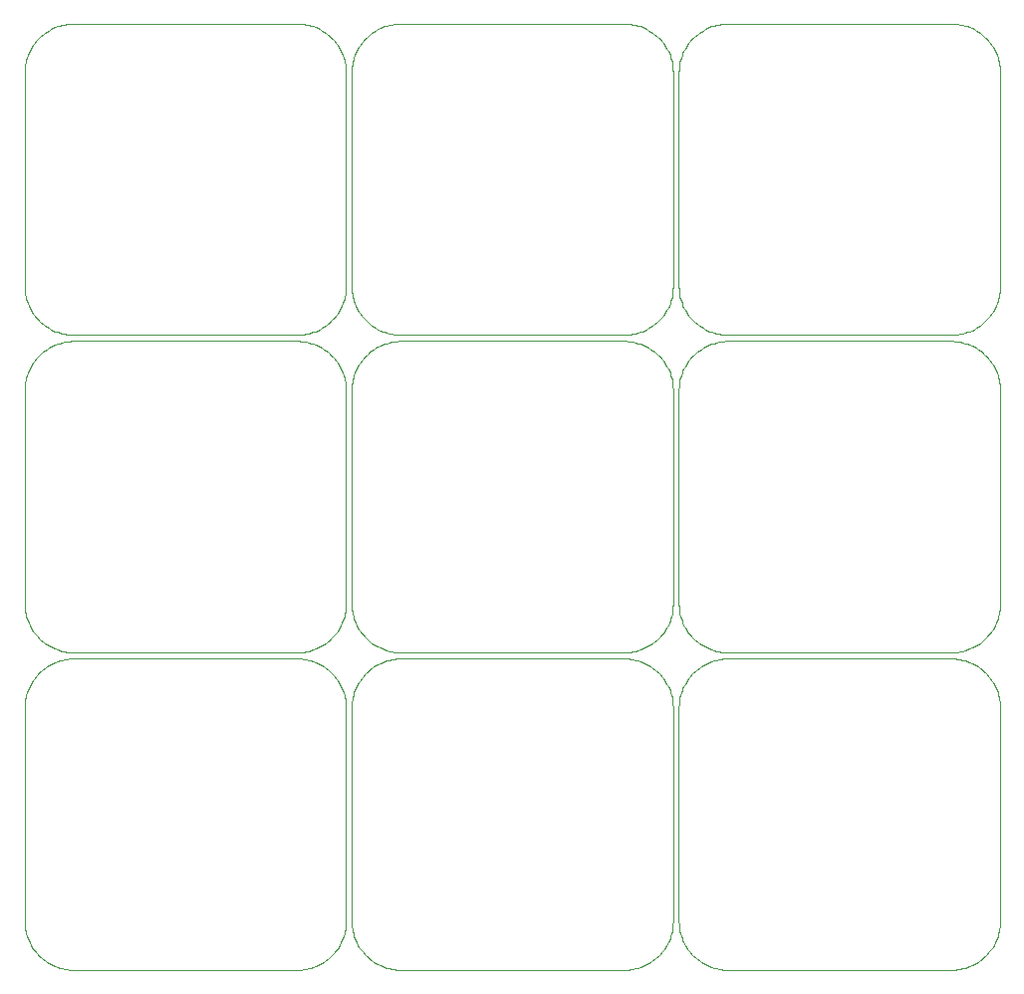
<source format=gbr>
%TF.GenerationSoftware,KiCad,Pcbnew,7.0.2-0*%
%TF.CreationDate,2024-04-22T23:11:52-05:00*%
%TF.ProjectId,SAOpowerboard_panelized,53414f70-6f77-4657-9262-6f6172645f70,rev?*%
%TF.SameCoordinates,Original*%
%TF.FileFunction,Profile,NP*%
%FSLAX46Y46*%
G04 Gerber Fmt 4.6, Leading zero omitted, Abs format (unit mm)*
G04 Created by KiCad (PCBNEW 7.0.2-0) date 2024-04-22 23:11:52*
%MOMM*%
%LPD*%
G01*
G04 APERTURE LIST*
%TA.AperFunction,Profile*%
%ADD10C,0.037041*%
%TD*%
G04 APERTURE END LIST*
D10*
X239278805Y-22881871D02*
X239168293Y-22714675D01*
X239278805Y-49872925D02*
X239168293Y-49705729D01*
X239278805Y-76863979D02*
X239168293Y-76696783D01*
X211476807Y-22881871D02*
X211366295Y-22714675D01*
X211476807Y-49872925D02*
X211366295Y-49705729D01*
X211476807Y-76863979D02*
X211366295Y-76696783D01*
X183674809Y-22881871D02*
X183564297Y-22714675D01*
X183674809Y-49872925D02*
X183564297Y-49705729D01*
X238790200Y-22247870D02*
X238649544Y-22104729D01*
X238790200Y-49238924D02*
X238649544Y-49095783D01*
X238790200Y-76229978D02*
X238649544Y-76086837D01*
X210988202Y-22247870D02*
X210847546Y-22104729D01*
X210988202Y-49238924D02*
X210847546Y-49095783D01*
X210988202Y-76229978D02*
X210847546Y-76086837D01*
X183186204Y-22247870D02*
X183045548Y-22104729D01*
X183186204Y-49238924D02*
X183045548Y-49095783D01*
X215777989Y-47258486D02*
X215983378Y-47304524D01*
X215777989Y-74249540D02*
X215983378Y-74295578D01*
X215777989Y-101240594D02*
X215983378Y-101286632D01*
X187975991Y-47258486D02*
X188181380Y-47304524D01*
X187975991Y-74249540D02*
X188181380Y-74295578D01*
X187975991Y-101240594D02*
X188181380Y-101286632D01*
X160173993Y-47258486D02*
X160379382Y-47304524D01*
X160173993Y-74249540D02*
X160379382Y-74295578D01*
X235865592Y-47382927D02*
X236081142Y-47367004D01*
X235865592Y-74373981D02*
X236081142Y-74358058D01*
X235865592Y-101365035D02*
X236081142Y-101349112D01*
X208063594Y-47382927D02*
X208279144Y-47367004D01*
X208063594Y-74373981D02*
X208279144Y-74358058D01*
X208063594Y-101365035D02*
X208279144Y-101349112D01*
X180261596Y-47382927D02*
X180477146Y-47367004D01*
X180261596Y-74373981D02*
X180477146Y-74358058D01*
X235647191Y-20897238D02*
X216838805Y-20897238D01*
X235647191Y-47888292D02*
X216838805Y-47888292D01*
X235647191Y-74879346D02*
X216838805Y-74879346D01*
X207845193Y-20897238D02*
X189036807Y-20897238D01*
X207845193Y-47888292D02*
X189036807Y-47888292D01*
X207845193Y-74879346D02*
X189036807Y-74879346D01*
X180043195Y-20897238D02*
X161234809Y-20897238D01*
X180043195Y-47888292D02*
X161234809Y-47888292D01*
X237299573Y-21221276D02*
X237106752Y-21147451D01*
X237299573Y-48212330D02*
X237106752Y-48138505D01*
X237299573Y-75203384D02*
X237106752Y-75129559D01*
X209497575Y-21221276D02*
X209304754Y-21147451D01*
X209497575Y-48212330D02*
X209304754Y-48138505D01*
X209497575Y-75203384D02*
X209304754Y-75129559D01*
X181695577Y-21221276D02*
X181502756Y-21147451D01*
X181695577Y-48212330D02*
X181502756Y-48138505D01*
X236909474Y-21082627D02*
X236708006Y-21027063D01*
X236909474Y-48073681D02*
X236708006Y-48018117D01*
X236909474Y-75064735D02*
X236708006Y-75009171D01*
X209107476Y-21082627D02*
X208906008Y-21027063D01*
X209107476Y-48073681D02*
X208906008Y-48018117D01*
X209107476Y-75064735D02*
X208906008Y-75009171D01*
X181305478Y-21082627D02*
X181104010Y-21027063D01*
X181305478Y-48073681D02*
X181104010Y-48018117D01*
X236081142Y-20918530D02*
X235865592Y-20902605D01*
X236081142Y-47909584D02*
X235865592Y-47893659D01*
X236081142Y-74900638D02*
X235865592Y-74884713D01*
X208279144Y-20918530D02*
X208063594Y-20902605D01*
X208279144Y-47909584D02*
X208063594Y-47893659D01*
X208279144Y-74900638D02*
X208063594Y-74884713D01*
X180477146Y-20918530D02*
X180261596Y-20902605D01*
X180477146Y-47909584D02*
X180261596Y-47893659D01*
X239807652Y-44097899D02*
X239845026Y-43895068D01*
X239807652Y-71088953D02*
X239845026Y-70886122D01*
X239807652Y-98080007D02*
X239845026Y-97877176D01*
X212005654Y-44097899D02*
X212043028Y-43895068D01*
X212005654Y-71088953D02*
X212043028Y-70886122D01*
X212005654Y-98080007D02*
X212043028Y-97877176D01*
X184203656Y-44097899D02*
X184241030Y-43895068D01*
X184203656Y-71088953D02*
X184241030Y-70886122D01*
X216620403Y-20902605D02*
X216404853Y-20918530D01*
X216620403Y-47893659D02*
X216404853Y-47909584D01*
X216620403Y-74884713D02*
X216404853Y-74900638D01*
X188818405Y-20902605D02*
X188602855Y-20918530D01*
X188818405Y-47893659D02*
X188602855Y-47909584D01*
X188818405Y-74884713D02*
X188602855Y-74900638D01*
X161016407Y-20902605D02*
X160800857Y-20918530D01*
X161016407Y-47893659D02*
X160800857Y-47909584D01*
X237670771Y-21394889D02*
X237487668Y-21303842D01*
X237670771Y-48385943D02*
X237487668Y-48294896D01*
X237670771Y-75376997D02*
X237487668Y-75285950D01*
X209868773Y-21394889D02*
X209685670Y-21303842D01*
X209868773Y-48385943D02*
X209685670Y-48294896D01*
X209868773Y-75376997D02*
X209685670Y-75285950D01*
X182066775Y-21394889D02*
X181883672Y-21303842D01*
X182066775Y-48385943D02*
X181883672Y-48294896D01*
X239049842Y-45732597D02*
X239168293Y-45571037D01*
X239049842Y-72723651D02*
X239168293Y-72562091D01*
X239049842Y-99714705D02*
X239168293Y-99553145D01*
X211247844Y-45732597D02*
X211366295Y-45571037D01*
X211247844Y-72723651D02*
X211366295Y-72562091D01*
X211247844Y-99714705D02*
X211366295Y-99553145D01*
X183445846Y-45732597D02*
X183564297Y-45571037D01*
X183445846Y-72723651D02*
X183564297Y-72562091D01*
X236909474Y-47202929D02*
X237106752Y-47138112D01*
X236909474Y-74193983D02*
X237106752Y-74129166D01*
X236909474Y-101185037D02*
X237106752Y-101120220D01*
X209107476Y-47202929D02*
X209304754Y-47138112D01*
X209107476Y-74193983D02*
X209304754Y-74129166D01*
X209107476Y-101185037D02*
X209304754Y-101120220D01*
X181305478Y-47202929D02*
X181502756Y-47138112D01*
X181305478Y-74193983D02*
X181502756Y-74129166D01*
X216620403Y-47382927D02*
X216838805Y-47388293D01*
X216620403Y-74373981D02*
X216838805Y-74379347D01*
X216620403Y-101365035D02*
X216838805Y-101370401D01*
X188818405Y-47382927D02*
X189036807Y-47388293D01*
X188818405Y-74373981D02*
X189036807Y-74379347D01*
X188818405Y-101365035D02*
X189036807Y-101370401D01*
X161016407Y-47382927D02*
X161234809Y-47388293D01*
X161016407Y-74373981D02*
X161234809Y-74379347D01*
X213011048Y-23232094D02*
X212925955Y-23414604D01*
X213011048Y-50223148D02*
X212925955Y-50405658D01*
X213011048Y-77214202D02*
X212925955Y-77396712D01*
X185209050Y-23232094D02*
X185123957Y-23414604D01*
X185209050Y-50223148D02*
X185123957Y-50405658D01*
X185209050Y-77214202D02*
X185123957Y-77396712D01*
X157407052Y-23232094D02*
X157321959Y-23414604D01*
X157407052Y-50223148D02*
X157321959Y-50405658D01*
X214138097Y-46446946D02*
X214298551Y-46569308D01*
X214138097Y-73438000D02*
X214298551Y-73560362D01*
X214138097Y-100429054D02*
X214298551Y-100551416D01*
X186336099Y-46446946D02*
X186496553Y-46569308D01*
X186336099Y-73438000D02*
X186496553Y-73560362D01*
X186336099Y-100429054D02*
X186496553Y-100551416D01*
X158534101Y-46446946D02*
X158694555Y-46569308D01*
X158534101Y-73438000D02*
X158694555Y-73560362D01*
X237670771Y-46890703D02*
X237848613Y-46791446D01*
X237670771Y-73881757D02*
X237848613Y-73782500D01*
X237670771Y-100872811D02*
X237848613Y-100773554D01*
X209868773Y-46890703D02*
X210046615Y-46791446D01*
X209868773Y-73881757D02*
X210046615Y-73782500D01*
X209868773Y-100872811D02*
X210046615Y-100773554D01*
X182066775Y-46890703D02*
X182244617Y-46791446D01*
X182066775Y-73881757D02*
X182244617Y-73782500D01*
X238923722Y-45888273D02*
X239049842Y-45732597D01*
X238923722Y-72879327D02*
X239049842Y-72723651D01*
X238923722Y-99870381D02*
X239049842Y-99714705D01*
X211121724Y-45888273D02*
X211247844Y-45732597D01*
X211121724Y-72879327D02*
X211247844Y-72723651D01*
X211121724Y-99870381D02*
X211247844Y-99714705D01*
X183319726Y-45888273D02*
X183445846Y-45732597D01*
X183319726Y-72879327D02*
X183445846Y-72723651D01*
X215576521Y-21082627D02*
X215379243Y-21147451D01*
X215576521Y-48073681D02*
X215379243Y-48138505D01*
X215576521Y-75064735D02*
X215379243Y-75129559D01*
X187774523Y-21082627D02*
X187577245Y-21147451D01*
X187774523Y-48073681D02*
X187577245Y-48138505D01*
X187774523Y-75064735D02*
X187577245Y-75129559D01*
X159972525Y-21082627D02*
X159775247Y-21147451D01*
X159972525Y-48073681D02*
X159775247Y-48138505D01*
X237106752Y-47138112D02*
X237299573Y-47064296D01*
X237106752Y-74129166D02*
X237299573Y-74055350D01*
X237106752Y-101120220D02*
X237299573Y-101046404D01*
X209304754Y-47138112D02*
X209497575Y-47064296D01*
X209304754Y-74129166D02*
X209497575Y-74055350D01*
X209304754Y-101120220D02*
X209497575Y-101046404D01*
X181502756Y-47138112D02*
X181695577Y-47064296D01*
X181502756Y-74129166D02*
X181695577Y-74055350D01*
X213983974Y-46317402D02*
X214138097Y-46446946D01*
X213983974Y-73308456D02*
X214138097Y-73438000D01*
X213983974Y-100299510D02*
X214138097Y-100429054D01*
X186181976Y-46317402D02*
X186336099Y-46446946D01*
X186181976Y-73308456D02*
X186336099Y-73438000D01*
X186181976Y-100299510D02*
X186336099Y-100429054D01*
X158379978Y-46317402D02*
X158534101Y-46446946D01*
X158379978Y-73308456D02*
X158534101Y-73438000D01*
X239168293Y-22714675D02*
X239049842Y-22553103D01*
X239168293Y-49705729D02*
X239049842Y-49544157D01*
X239168293Y-76696783D02*
X239049842Y-76535211D01*
X211366295Y-22714675D02*
X211247844Y-22553103D01*
X211366295Y-49705729D02*
X211247844Y-49544157D01*
X211366295Y-76696783D02*
X211247844Y-76535211D01*
X183564297Y-22714675D02*
X183445846Y-22553103D01*
X183564297Y-49705729D02*
X183445846Y-49544157D01*
X215186421Y-21221276D02*
X214998326Y-21303842D01*
X215186421Y-48212330D02*
X214998326Y-48294896D01*
X215186421Y-75203384D02*
X214998326Y-75285950D01*
X187384423Y-21221276D02*
X187196328Y-21303842D01*
X187384423Y-48212330D02*
X187196328Y-48294896D01*
X187384423Y-75203384D02*
X187196328Y-75285950D01*
X159582425Y-21221276D02*
X159394330Y-21303842D01*
X159582425Y-48212330D02*
X159394330Y-48294896D01*
X238187443Y-21716319D02*
X238020926Y-21601388D01*
X238187443Y-48707373D02*
X238020926Y-48592442D01*
X238187443Y-75698427D02*
X238020926Y-75583496D01*
X210385445Y-21716319D02*
X210218928Y-21601388D01*
X210385445Y-48707373D02*
X210218928Y-48592442D01*
X210385445Y-75698427D02*
X210218928Y-75583496D01*
X182583447Y-21716319D02*
X182416930Y-21601388D01*
X182583447Y-48707373D02*
X182416930Y-48592442D01*
X239888466Y-43479806D02*
X239893996Y-43267892D01*
X239888466Y-70470860D02*
X239893996Y-70258946D01*
X239888466Y-97461914D02*
X239893996Y-97250000D01*
X212086468Y-43479806D02*
X212091998Y-43267892D01*
X212086468Y-70470860D02*
X212091998Y-70258946D01*
X212086468Y-97461914D02*
X212091998Y-97250000D01*
X184284470Y-43479806D02*
X184290000Y-43267892D01*
X184284470Y-70470860D02*
X184290000Y-70258946D01*
X214465068Y-21601388D02*
X214298551Y-21716319D01*
X214465068Y-48592442D02*
X214298551Y-48707373D01*
X214465068Y-75583496D02*
X214298551Y-75698427D01*
X186663070Y-21601388D02*
X186496553Y-21716319D01*
X186663070Y-48592442D02*
X186496553Y-48707373D01*
X186663070Y-75583496D02*
X186496553Y-75698427D01*
X158861072Y-21601388D02*
X158694555Y-21716319D01*
X158861072Y-48592442D02*
X158694555Y-48707373D01*
X216192423Y-20944755D02*
X215983378Y-20981019D01*
X216192423Y-47935809D02*
X215983378Y-47972073D01*
X216192423Y-74926863D02*
X215983378Y-74963127D01*
X188390425Y-20944755D02*
X188181380Y-20981019D01*
X188390425Y-47935809D02*
X188181380Y-47972073D01*
X188390425Y-74926863D02*
X188181380Y-74963127D01*
X160588427Y-20944755D02*
X160379382Y-20981019D01*
X160588427Y-47935809D02*
X160379382Y-47972073D01*
X239760198Y-23988599D02*
X239702933Y-23793116D01*
X239760198Y-50979653D02*
X239702933Y-50784170D01*
X239760198Y-77970707D02*
X239702933Y-77775224D01*
X211958200Y-23988599D02*
X211900935Y-23793116D01*
X211958200Y-50979653D02*
X211900935Y-50784170D01*
X211958200Y-77970707D02*
X211900935Y-77775224D01*
X184156202Y-23988599D02*
X184098937Y-23793116D01*
X184156202Y-50979653D02*
X184098937Y-50784170D01*
X213207189Y-45403853D02*
X213317701Y-45571037D01*
X213207189Y-72394907D02*
X213317701Y-72562091D01*
X213207189Y-99385961D02*
X213317701Y-99553145D01*
X185405191Y-45403853D02*
X185515703Y-45571037D01*
X185405191Y-72394907D02*
X185515703Y-72562091D01*
X185405191Y-99385961D02*
X185515703Y-99553145D01*
X157603193Y-45403853D02*
X157713705Y-45571037D01*
X157603193Y-72394907D02*
X157713705Y-72562091D01*
X216838805Y-47388293D02*
X235647191Y-47388293D01*
X216838805Y-74379347D02*
X235647191Y-74379347D01*
X216838805Y-101370401D02*
X235647191Y-101370401D01*
X189036807Y-47388293D02*
X207845193Y-47388293D01*
X189036807Y-74379347D02*
X207845193Y-74379347D01*
X189036807Y-101370401D02*
X207845193Y-101370401D01*
X161234809Y-47388293D02*
X180043195Y-47388293D01*
X161234809Y-74379347D02*
X180043195Y-74379347D01*
X214637381Y-21494157D02*
X214465068Y-21601388D01*
X214637381Y-48485211D02*
X214465068Y-48592442D01*
X214637381Y-75476265D02*
X214465068Y-75583496D01*
X186835383Y-21494157D02*
X186663070Y-21601388D01*
X186835383Y-48485211D02*
X186663070Y-48592442D01*
X186835383Y-75476265D02*
X186663070Y-75583496D01*
X159033385Y-21494157D02*
X158861072Y-21601388D01*
X159033385Y-48485211D02*
X158861072Y-48592442D01*
X213562272Y-22397416D02*
X213436152Y-22553103D01*
X213562272Y-49388470D02*
X213436152Y-49544157D01*
X213562272Y-76379524D02*
X213436152Y-76535211D01*
X185760274Y-22397416D02*
X185634154Y-22553103D01*
X185760274Y-49388470D02*
X185634154Y-49544157D01*
X185760274Y-76379524D02*
X185634154Y-76535211D01*
X157958276Y-22397416D02*
X157832156Y-22553103D01*
X157958276Y-49388470D02*
X157832156Y-49544157D01*
X214998326Y-46981740D02*
X215186421Y-47064296D01*
X214998326Y-73972794D02*
X215186421Y-74055350D01*
X214998326Y-100963848D02*
X215186421Y-101046404D01*
X187196328Y-46981740D02*
X187384423Y-47064296D01*
X187196328Y-73972794D02*
X187384423Y-74055350D01*
X187196328Y-100963848D02*
X187384423Y-101046404D01*
X159394330Y-46981740D02*
X159582425Y-47064296D01*
X159394330Y-73972794D02*
X159582425Y-74055350D01*
X235647191Y-47388293D02*
X235865592Y-47382927D01*
X235647191Y-74379347D02*
X235865592Y-74373981D01*
X235647191Y-101370401D02*
X235865592Y-101365035D01*
X207845193Y-47388293D02*
X208063594Y-47382927D01*
X207845193Y-74379347D02*
X208063594Y-74373981D01*
X207845193Y-101370401D02*
X208063594Y-101365035D01*
X180043195Y-47388293D02*
X180261596Y-47382927D01*
X180043195Y-74379347D02*
X180261596Y-74373981D01*
X239845026Y-24390725D02*
X239807652Y-24187889D01*
X239845026Y-51381779D02*
X239807652Y-51178943D01*
X239845026Y-78372833D02*
X239807652Y-78169997D01*
X212043028Y-24390725D02*
X212005654Y-24187889D01*
X212043028Y-51381779D02*
X212005654Y-51178943D01*
X212043028Y-78372833D02*
X212005654Y-78169997D01*
X184241030Y-24390725D02*
X184203656Y-24187889D01*
X184241030Y-51381779D02*
X184203656Y-51178943D01*
X213011048Y-45053651D02*
X213104882Y-45231305D01*
X213011048Y-72044705D02*
X213104882Y-72222359D01*
X213011048Y-99035759D02*
X213104882Y-99213413D01*
X185209050Y-45053651D02*
X185302884Y-45231305D01*
X185209050Y-72044705D02*
X185302884Y-72222359D01*
X185209050Y-99035759D02*
X185302884Y-99213413D01*
X157407052Y-45053651D02*
X157500886Y-45231305D01*
X157407052Y-72044705D02*
X157500886Y-72222359D01*
X212597528Y-43479806D02*
X212613940Y-43688950D01*
X212597528Y-70470860D02*
X212613940Y-70680004D01*
X212597528Y-97461914D02*
X212613940Y-97671058D01*
X184795530Y-43479806D02*
X184811942Y-43688950D01*
X184795530Y-70470860D02*
X184811942Y-70680004D01*
X184795530Y-97461914D02*
X184811942Y-97671058D01*
X156993532Y-43479806D02*
X157009944Y-43688950D01*
X156993532Y-70470860D02*
X157009944Y-70680004D01*
X216838805Y-20897238D02*
X216620403Y-20902605D01*
X216838805Y-47888292D02*
X216620403Y-47893659D01*
X216838805Y-74879346D02*
X216620403Y-74884713D01*
X189036807Y-20897238D02*
X188818405Y-20902605D01*
X189036807Y-47888292D02*
X188818405Y-47893659D01*
X189036807Y-74879346D02*
X188818405Y-74884713D01*
X161234809Y-20897238D02*
X161016407Y-20902605D01*
X161234809Y-47888292D02*
X161016407Y-47893659D01*
X239872054Y-43688950D02*
X239888466Y-43479806D01*
X239872054Y-70680004D02*
X239888466Y-70470860D01*
X239872054Y-97671058D02*
X239888466Y-97461914D01*
X212070056Y-43688950D02*
X212086468Y-43479806D01*
X212070056Y-70680004D02*
X212086468Y-70470860D01*
X212070056Y-97671058D02*
X212086468Y-97461914D01*
X184268058Y-43688950D02*
X184284470Y-43479806D01*
X184268058Y-70680004D02*
X184284470Y-70470860D01*
X212613940Y-24596846D02*
X212597528Y-24805995D01*
X212613940Y-51587900D02*
X212597528Y-51797049D01*
X212613940Y-78578954D02*
X212597528Y-78788103D01*
X184811942Y-24596846D02*
X184795530Y-24805995D01*
X184811942Y-51587900D02*
X184795530Y-51797049D01*
X184811942Y-78578954D02*
X184795530Y-78788103D01*
X157009944Y-24596846D02*
X156993532Y-24805995D01*
X157009944Y-51587900D02*
X156993532Y-51797049D01*
X238347898Y-46446946D02*
X238502020Y-46317402D01*
X238347898Y-73438000D02*
X238502020Y-73308456D01*
X238347898Y-100429054D02*
X238502020Y-100299510D01*
X210545900Y-46446946D02*
X210700022Y-46317402D01*
X210545900Y-73438000D02*
X210700022Y-73308456D01*
X210545900Y-100429054D02*
X210700022Y-100299510D01*
X182743902Y-46446946D02*
X182898024Y-46317402D01*
X182743902Y-73438000D02*
X182898024Y-73308456D01*
X213695794Y-22247870D02*
X213562272Y-22397416D01*
X213695794Y-49238924D02*
X213562272Y-49388470D01*
X213695794Y-76229978D02*
X213562272Y-76379524D01*
X185893796Y-22247870D02*
X185760274Y-22397416D01*
X185893796Y-49238924D02*
X185760274Y-49388470D01*
X185893796Y-76229978D02*
X185760274Y-76379524D01*
X158091798Y-22247870D02*
X157958276Y-22397416D01*
X158091798Y-49238924D02*
X157958276Y-49388470D01*
X239049842Y-22553103D02*
X238923722Y-22397416D01*
X239049842Y-49544157D02*
X238923722Y-49388470D01*
X239049842Y-76535211D02*
X238923722Y-76379524D01*
X211247844Y-22553103D02*
X211121724Y-22397416D01*
X211247844Y-49544157D02*
X211121724Y-49388470D01*
X211247844Y-76535211D02*
X211121724Y-76379524D01*
X183445846Y-22553103D02*
X183319726Y-22397416D01*
X183445846Y-49544157D02*
X183319726Y-49388470D01*
X237848613Y-46791446D02*
X238020926Y-46684227D01*
X237848613Y-73782500D02*
X238020926Y-73675281D01*
X237848613Y-100773554D02*
X238020926Y-100666335D01*
X210046615Y-46791446D02*
X210218928Y-46684227D01*
X210046615Y-73782500D02*
X210218928Y-73675281D01*
X210046615Y-100773554D02*
X210218928Y-100666335D01*
X182244617Y-46791446D02*
X182416930Y-46684227D01*
X182244617Y-73782500D02*
X182416930Y-73675281D01*
X216192423Y-47340783D02*
X216404853Y-47367004D01*
X216192423Y-74331837D02*
X216404853Y-74358058D01*
X216192423Y-101322891D02*
X216404853Y-101349112D01*
X188390425Y-47340783D02*
X188602855Y-47367004D01*
X188390425Y-74331837D02*
X188602855Y-74358058D01*
X188390425Y-101322891D02*
X188602855Y-101349112D01*
X160588427Y-47340783D02*
X160800857Y-47367004D01*
X160588427Y-74331837D02*
X160800857Y-74358058D01*
X239888466Y-24805995D02*
X239872054Y-24596846D01*
X239888466Y-51797049D02*
X239872054Y-51587900D01*
X239888466Y-78788103D02*
X239872054Y-78578954D01*
X212086468Y-24805995D02*
X212070056Y-24596846D01*
X212086468Y-51797049D02*
X212070056Y-51587900D01*
X212086468Y-78788103D02*
X212070056Y-78578954D01*
X184284470Y-24805995D02*
X184268058Y-24596846D01*
X184284470Y-51797049D02*
X184268058Y-51587900D01*
X239474946Y-45053651D02*
X239560039Y-44871153D01*
X239474946Y-72044705D02*
X239560039Y-71862207D01*
X239474946Y-99035759D02*
X239560039Y-98853261D01*
X211672948Y-45053651D02*
X211758041Y-44871153D01*
X211672948Y-72044705D02*
X211758041Y-71862207D01*
X211672948Y-99035759D02*
X211758041Y-98853261D01*
X183870950Y-45053651D02*
X183956043Y-44871153D01*
X183870950Y-72044705D02*
X183956043Y-71862207D01*
X214998326Y-21303842D02*
X214815224Y-21394889D01*
X214998326Y-48294896D02*
X214815224Y-48385943D01*
X214998326Y-75285950D02*
X214815224Y-75376997D01*
X187196328Y-21303842D02*
X187013226Y-21394889D01*
X187196328Y-48294896D02*
X187013226Y-48385943D01*
X187196328Y-75285950D02*
X187013226Y-75376997D01*
X159394330Y-21303842D02*
X159211228Y-21394889D01*
X159394330Y-48294896D02*
X159211228Y-48385943D01*
X238649544Y-46180935D02*
X238790200Y-46037806D01*
X238649544Y-73171989D02*
X238790200Y-73028860D01*
X238649544Y-100163043D02*
X238790200Y-100019914D01*
X210847546Y-46180935D02*
X210988202Y-46037806D01*
X210847546Y-73171989D02*
X210988202Y-73028860D01*
X210847546Y-100163043D02*
X210988202Y-100019914D01*
X183045548Y-46180935D02*
X183186204Y-46037806D01*
X183045548Y-73171989D02*
X183186204Y-73028860D01*
X215576521Y-47202929D02*
X215777989Y-47258486D01*
X215576521Y-74193983D02*
X215777989Y-74249540D01*
X215576521Y-101185037D02*
X215777989Y-101240594D01*
X187774523Y-47202929D02*
X187975991Y-47258486D01*
X187774523Y-74193983D02*
X187975991Y-74249540D01*
X187774523Y-101185037D02*
X187975991Y-101240594D01*
X159972525Y-47202929D02*
X160173993Y-47258486D01*
X159972525Y-74193983D02*
X160173993Y-74249540D01*
X238649544Y-22104729D02*
X238502020Y-21968250D01*
X238649544Y-49095783D02*
X238502020Y-48959304D01*
X238649544Y-76086837D02*
X238502020Y-75950358D01*
X210847546Y-22104729D02*
X210700022Y-21968250D01*
X210847546Y-49095783D02*
X210700022Y-48959304D01*
X210847546Y-76086837D02*
X210700022Y-75950358D01*
X183045548Y-22104729D02*
X182898024Y-21968250D01*
X183045548Y-49095783D02*
X182898024Y-48959304D01*
X236081142Y-47367004D02*
X236293573Y-47340783D01*
X236081142Y-74358058D02*
X236293573Y-74331837D01*
X236081142Y-101349112D02*
X236293573Y-101322891D01*
X208279144Y-47367004D02*
X208491575Y-47340783D01*
X208279144Y-74358058D02*
X208491575Y-74331837D01*
X208279144Y-101349112D02*
X208491575Y-101322891D01*
X180477146Y-47367004D02*
X180689577Y-47340783D01*
X180477146Y-74358058D02*
X180689577Y-74331837D01*
X236708006Y-21027063D02*
X236502617Y-20981019D01*
X236708006Y-48018117D02*
X236502617Y-47972073D01*
X236708006Y-75009171D02*
X236502617Y-74963127D01*
X208906008Y-21027063D02*
X208700619Y-20981019D01*
X208906008Y-48018117D02*
X208700619Y-47972073D01*
X208906008Y-75009171D02*
X208700619Y-74963127D01*
X181104010Y-21027063D02*
X180898621Y-20981019D01*
X181104010Y-48018117D02*
X180898621Y-47972073D01*
X239381112Y-23054430D02*
X239278805Y-22881871D01*
X239381112Y-50045484D02*
X239278805Y-49872925D01*
X239381112Y-77036538D02*
X239278805Y-76863979D01*
X211579114Y-23054430D02*
X211476807Y-22881871D01*
X211579114Y-50045484D02*
X211476807Y-49872925D01*
X211579114Y-77036538D02*
X211476807Y-76863979D01*
X183777116Y-23054430D02*
X183674809Y-22881871D01*
X183777116Y-50045484D02*
X183674809Y-49872925D01*
X212591997Y-43267892D02*
X212597528Y-43479806D01*
X212591997Y-70258946D02*
X212597528Y-70470860D01*
X212591997Y-97250000D02*
X212597528Y-97461914D01*
X184789999Y-43267892D02*
X184795530Y-43479806D01*
X184789999Y-70258946D02*
X184795530Y-70470860D01*
X184789999Y-97250000D02*
X184795530Y-97461914D01*
X156988001Y-43267892D02*
X156993532Y-43479806D01*
X156988001Y-70258946D02*
X156993532Y-70470860D01*
X214298551Y-21716319D02*
X214138097Y-21838693D01*
X214298551Y-48707373D02*
X214138097Y-48829747D01*
X214298551Y-75698427D02*
X214138097Y-75820801D01*
X186496553Y-21716319D02*
X186336099Y-21838693D01*
X186496553Y-48707373D02*
X186336099Y-48829747D01*
X186496553Y-75698427D02*
X186336099Y-75820801D01*
X158694555Y-21716319D02*
X158534101Y-21838693D01*
X158694555Y-48707373D02*
X158534101Y-48829747D01*
X238020926Y-21601388D02*
X237848613Y-21494157D01*
X238020926Y-48592442D02*
X237848613Y-48485211D01*
X238020926Y-75583496D02*
X237848613Y-75476265D01*
X210218928Y-21601388D02*
X210046615Y-21494157D01*
X210218928Y-48592442D02*
X210046615Y-48485211D01*
X210218928Y-75583496D02*
X210046615Y-75476265D01*
X182416930Y-21601388D02*
X182244617Y-21494157D01*
X182416930Y-48592442D02*
X182244617Y-48485211D01*
X213562272Y-45888273D02*
X213695794Y-46037806D01*
X213562272Y-72879327D02*
X213695794Y-73028860D01*
X213562272Y-99870381D02*
X213695794Y-100019914D01*
X185760274Y-45888273D02*
X185893796Y-46037806D01*
X185760274Y-72879327D02*
X185893796Y-73028860D01*
X185760274Y-99870381D02*
X185893796Y-100019914D01*
X157958276Y-45888273D02*
X158091798Y-46037806D01*
X157958276Y-72879327D02*
X158091798Y-73028860D01*
X236293573Y-47340783D02*
X236502617Y-47304524D01*
X236293573Y-74331837D02*
X236502617Y-74295578D01*
X236293573Y-101322891D02*
X236502617Y-101286632D01*
X208491575Y-47340783D02*
X208700619Y-47304524D01*
X208491575Y-74331837D02*
X208700619Y-74295578D01*
X208491575Y-101322891D02*
X208700619Y-101286632D01*
X180689577Y-47340783D02*
X180898621Y-47304524D01*
X180689577Y-74331837D02*
X180898621Y-74295578D01*
X212597528Y-24805995D02*
X212591997Y-25017909D01*
X212597528Y-51797049D02*
X212591997Y-52008963D01*
X212597528Y-78788103D02*
X212591997Y-79000017D01*
X184795530Y-24805995D02*
X184789999Y-25017909D01*
X184795530Y-51797049D02*
X184789999Y-52008963D01*
X184795530Y-78788103D02*
X184789999Y-79000017D01*
X156993532Y-24805995D02*
X156988001Y-25017909D01*
X156993532Y-51797049D02*
X156988001Y-52008963D01*
X236293573Y-20944755D02*
X236081142Y-20918530D01*
X236293573Y-47935809D02*
X236081142Y-47909584D01*
X236293573Y-74926863D02*
X236081142Y-74900638D01*
X208491575Y-20944755D02*
X208279144Y-20918530D01*
X208491575Y-47935809D02*
X208279144Y-47909584D01*
X208491575Y-74926863D02*
X208279144Y-74900638D01*
X180689577Y-20944755D02*
X180477146Y-20918530D01*
X180689577Y-47935809D02*
X180477146Y-47909584D01*
X214465068Y-46684227D02*
X214637381Y-46791446D01*
X214465068Y-73675281D02*
X214637381Y-73782500D01*
X214465068Y-100666335D02*
X214637381Y-100773554D01*
X186663070Y-46684227D02*
X186835383Y-46791446D01*
X186663070Y-73675281D02*
X186835383Y-73782500D01*
X186663070Y-100666335D02*
X186835383Y-100773554D01*
X158861072Y-46684227D02*
X159033385Y-46791446D01*
X158861072Y-73675281D02*
X159033385Y-73782500D01*
X239760198Y-44297182D02*
X239807652Y-44097899D01*
X239760198Y-71288236D02*
X239807652Y-71088953D01*
X239760198Y-98279290D02*
X239807652Y-98080007D01*
X211958200Y-44297182D02*
X212005654Y-44097899D01*
X211958200Y-71288236D02*
X212005654Y-71088953D01*
X211958200Y-98279290D02*
X212005654Y-98080007D01*
X184156202Y-44297182D02*
X184203656Y-44097899D01*
X184156202Y-71288236D02*
X184203656Y-71088953D01*
X239807652Y-24187889D02*
X239760198Y-23988599D01*
X239807652Y-51178943D02*
X239760198Y-50979653D01*
X239807652Y-78169997D02*
X239760198Y-77970707D01*
X212005654Y-24187889D02*
X211958200Y-23988599D01*
X212005654Y-51178943D02*
X211958200Y-50979653D01*
X212005654Y-78169997D02*
X211958200Y-77970707D01*
X184203656Y-24187889D02*
X184156202Y-23988599D01*
X184203656Y-51178943D02*
X184156202Y-50979653D01*
X212678342Y-44097899D02*
X212725796Y-44297182D01*
X212678342Y-71088953D02*
X212725796Y-71288236D01*
X212678342Y-98080007D02*
X212725796Y-98279290D01*
X184876344Y-44097899D02*
X184923798Y-44297182D01*
X184876344Y-71088953D02*
X184923798Y-71288236D01*
X184876344Y-98080007D02*
X184923798Y-98279290D01*
X157074346Y-44097899D02*
X157121800Y-44297182D01*
X157074346Y-71088953D02*
X157121800Y-71288236D01*
X239702933Y-23793116D02*
X239636124Y-23601697D01*
X239702933Y-50784170D02*
X239636124Y-50592751D01*
X239702933Y-77775224D02*
X239636124Y-77583805D01*
X211900935Y-23793116D02*
X211834126Y-23601697D01*
X211900935Y-50784170D02*
X211834126Y-50592751D01*
X211900935Y-77775224D02*
X211834126Y-77583805D01*
X184098937Y-23793116D02*
X184032128Y-23601697D01*
X184098937Y-50784170D02*
X184032128Y-50592751D01*
X212725796Y-44297182D02*
X212783061Y-44492658D01*
X212725796Y-71288236D02*
X212783061Y-71483712D01*
X212725796Y-98279290D02*
X212783061Y-98474766D01*
X184923798Y-44297182D02*
X184981063Y-44492658D01*
X184923798Y-71288236D02*
X184981063Y-71483712D01*
X184923798Y-98279290D02*
X184981063Y-98474766D01*
X157121800Y-44297182D02*
X157179065Y-44492658D01*
X157121800Y-71288236D02*
X157179065Y-71483712D01*
X213104882Y-45231305D02*
X213207189Y-45403853D01*
X213104882Y-72222359D02*
X213207189Y-72394907D01*
X213104882Y-99213413D02*
X213207189Y-99385961D01*
X185302884Y-45231305D02*
X185405191Y-45403853D01*
X185302884Y-72222359D02*
X185405191Y-72394907D01*
X185302884Y-99213413D02*
X185405191Y-99385961D01*
X157500886Y-45231305D02*
X157603193Y-45403853D01*
X157500886Y-72222359D02*
X157603193Y-72394907D01*
X216404853Y-47367004D02*
X216620403Y-47382927D01*
X216404853Y-74358058D02*
X216620403Y-74373981D01*
X216404853Y-101349112D02*
X216620403Y-101365035D01*
X188602855Y-47367004D02*
X188818405Y-47382927D01*
X188602855Y-74358058D02*
X188818405Y-74373981D01*
X188602855Y-101349112D02*
X188818405Y-101365035D01*
X160800857Y-47367004D02*
X161016407Y-47382927D01*
X160800857Y-74358058D02*
X161016407Y-74373981D01*
X214815224Y-21394889D02*
X214637381Y-21494157D01*
X214815224Y-48385943D02*
X214637381Y-48485211D01*
X214815224Y-75376997D02*
X214637381Y-75476265D01*
X187013226Y-21394889D02*
X186835383Y-21494157D01*
X187013226Y-48385943D02*
X186835383Y-48485211D01*
X187013226Y-75376997D02*
X186835383Y-75476265D01*
X159211228Y-21394889D02*
X159033385Y-21494157D01*
X159211228Y-48385943D02*
X159033385Y-48485211D01*
X239560039Y-44871153D02*
X239636124Y-44684068D01*
X239560039Y-71862207D02*
X239636124Y-71675122D01*
X239560039Y-98853261D02*
X239636124Y-98666176D01*
X211758041Y-44871153D02*
X211834126Y-44684068D01*
X211758041Y-71862207D02*
X211834126Y-71675122D01*
X211758041Y-98853261D02*
X211834126Y-98666176D01*
X183956043Y-44871153D02*
X184032128Y-44684068D01*
X183956043Y-71862207D02*
X184032128Y-71675122D01*
X236708006Y-47258486D02*
X236909474Y-47202929D01*
X236708006Y-74249540D02*
X236909474Y-74193983D01*
X236708006Y-101240594D02*
X236909474Y-101185037D01*
X208906008Y-47258486D02*
X209107476Y-47202929D01*
X208906008Y-74249540D02*
X209107476Y-74193983D01*
X208906008Y-101240594D02*
X209107476Y-101185037D01*
X181104010Y-47258486D02*
X181305478Y-47202929D01*
X181104010Y-74249540D02*
X181305478Y-74193983D01*
X212613940Y-43688950D02*
X212640968Y-43895068D01*
X212613940Y-70680004D02*
X212640968Y-70886122D01*
X212613940Y-97671058D02*
X212640968Y-97877176D01*
X184811942Y-43688950D02*
X184838970Y-43895068D01*
X184811942Y-70680004D02*
X184838970Y-70886122D01*
X184811942Y-97671058D02*
X184838970Y-97877176D01*
X157009944Y-43688950D02*
X157036972Y-43895068D01*
X157009944Y-70680004D02*
X157036972Y-70886122D01*
X215983378Y-20981019D02*
X215777989Y-21027063D01*
X215983378Y-47972073D02*
X215777989Y-48018117D01*
X215983378Y-74963127D02*
X215777989Y-75009171D01*
X188181380Y-20981019D02*
X187975991Y-21027063D01*
X188181380Y-47972073D02*
X187975991Y-48018117D01*
X188181380Y-74963127D02*
X187975991Y-75009171D01*
X160379382Y-20981019D02*
X160173993Y-21027063D01*
X160379382Y-47972073D02*
X160173993Y-48018117D01*
X213207189Y-22881871D02*
X213104882Y-23054430D01*
X213207189Y-49872925D02*
X213104882Y-50045484D01*
X213207189Y-76863979D02*
X213104882Y-77036538D01*
X185405191Y-22881871D02*
X185302884Y-23054430D01*
X185405191Y-49872925D02*
X185302884Y-50045484D01*
X185405191Y-76863979D02*
X185302884Y-77036538D01*
X157603193Y-22881871D02*
X157500886Y-23054430D01*
X157603193Y-49872925D02*
X157500886Y-50045484D01*
X238923722Y-22397416D02*
X238790200Y-22247870D01*
X238923722Y-49388470D02*
X238790200Y-49238924D01*
X238923722Y-76379524D02*
X238790200Y-76229978D01*
X211121724Y-22397416D02*
X210988202Y-22247870D01*
X211121724Y-49388470D02*
X210988202Y-49238924D01*
X211121724Y-76379524D02*
X210988202Y-76229978D01*
X183319726Y-22397416D02*
X183186204Y-22247870D01*
X183319726Y-49388470D02*
X183186204Y-49238924D01*
X214815224Y-46890703D02*
X214998326Y-46981740D01*
X214815224Y-73881757D02*
X214998326Y-73972794D01*
X214815224Y-100872811D02*
X214998326Y-100963848D01*
X187013226Y-46890703D02*
X187196328Y-46981740D01*
X187013226Y-73881757D02*
X187196328Y-73972794D01*
X187013226Y-100872811D02*
X187196328Y-100963848D01*
X159211228Y-46890703D02*
X159394330Y-46981740D01*
X159211228Y-73881757D02*
X159394330Y-73972794D01*
X212678342Y-24187889D02*
X212640968Y-24390725D01*
X212678342Y-51178943D02*
X212640968Y-51381779D01*
X212678342Y-78169997D02*
X212640968Y-78372833D01*
X184876344Y-24187889D02*
X184838970Y-24390725D01*
X184876344Y-51178943D02*
X184838970Y-51381779D01*
X184876344Y-78169997D02*
X184838970Y-78372833D01*
X157074346Y-24187889D02*
X157036972Y-24390725D01*
X157074346Y-51178943D02*
X157036972Y-51381779D01*
X237487668Y-21303842D02*
X237299573Y-21221276D01*
X237487668Y-48294896D02*
X237299573Y-48212330D01*
X237487668Y-75285950D02*
X237299573Y-75203384D01*
X209685670Y-21303842D02*
X209497575Y-21221276D01*
X209685670Y-48294896D02*
X209497575Y-48212330D01*
X209685670Y-75285950D02*
X209497575Y-75203384D01*
X181883672Y-21303842D02*
X181695577Y-21221276D01*
X181883672Y-48294896D02*
X181695577Y-48212330D01*
X212783061Y-44492658D02*
X212849869Y-44684068D01*
X212783061Y-71483712D02*
X212849869Y-71675122D01*
X212783061Y-98474766D02*
X212849869Y-98666176D01*
X184981063Y-44492658D02*
X185047871Y-44684068D01*
X184981063Y-71483712D02*
X185047871Y-71675122D01*
X184981063Y-98474766D02*
X185047871Y-98666176D01*
X157179065Y-44492658D02*
X157245873Y-44684068D01*
X157179065Y-71483712D02*
X157245873Y-71675122D01*
X238502020Y-21968250D02*
X238347898Y-21838693D01*
X238502020Y-48959304D02*
X238347898Y-48829747D01*
X238502020Y-75950358D02*
X238347898Y-75820801D01*
X210700022Y-21968250D02*
X210545900Y-21838693D01*
X210700022Y-48959304D02*
X210545900Y-48829747D01*
X210700022Y-75950358D02*
X210545900Y-75820801D01*
X182898024Y-21968250D02*
X182743902Y-21838693D01*
X182898024Y-48959304D02*
X182743902Y-48829747D01*
X237487668Y-46981740D02*
X237670771Y-46890703D01*
X237487668Y-73972794D02*
X237670771Y-73881757D01*
X237487668Y-100963848D02*
X237670771Y-100872811D01*
X209685670Y-46981740D02*
X209868773Y-46890703D01*
X209685670Y-73972794D02*
X209868773Y-73881757D01*
X209685670Y-100963848D02*
X209868773Y-100872811D01*
X181883672Y-46981740D02*
X182066775Y-46890703D01*
X181883672Y-73972794D02*
X182066775Y-73881757D01*
X213436152Y-45732597D02*
X213562272Y-45888273D01*
X213436152Y-72723651D02*
X213562272Y-72879327D01*
X213436152Y-99714705D02*
X213562272Y-99870381D01*
X185634154Y-45732597D02*
X185760274Y-45888273D01*
X185634154Y-72723651D02*
X185760274Y-72879327D01*
X185634154Y-99714705D02*
X185760274Y-99870381D01*
X157832156Y-45732597D02*
X157958276Y-45888273D01*
X157832156Y-72723651D02*
X157958276Y-72879327D01*
X212640968Y-43895068D02*
X212678342Y-44097899D01*
X212640968Y-70886122D02*
X212678342Y-71088953D01*
X212640968Y-97877176D02*
X212678342Y-98080007D01*
X184838970Y-43895068D02*
X184876344Y-44097899D01*
X184838970Y-70886122D02*
X184876344Y-71088953D01*
X184838970Y-97877176D02*
X184876344Y-98080007D01*
X157036972Y-43895068D02*
X157074346Y-44097899D01*
X157036972Y-70886122D02*
X157074346Y-71088953D01*
X239872054Y-24596846D02*
X239845026Y-24390725D01*
X239872054Y-51587900D02*
X239845026Y-51381779D01*
X239872054Y-78578954D02*
X239845026Y-78372833D01*
X212070056Y-24596846D02*
X212043028Y-24390725D01*
X212070056Y-51587900D02*
X212043028Y-51381779D01*
X212070056Y-78578954D02*
X212043028Y-78372833D01*
X184268058Y-24596846D02*
X184241030Y-24390725D01*
X184268058Y-51587900D02*
X184241030Y-51381779D01*
X212783061Y-23793116D02*
X212725796Y-23988599D01*
X212783061Y-50784170D02*
X212725796Y-50979653D01*
X212783061Y-77775224D02*
X212725796Y-77970707D01*
X184981063Y-23793116D02*
X184923798Y-23988599D01*
X184981063Y-50784170D02*
X184923798Y-50979653D01*
X184981063Y-77775224D02*
X184923798Y-77970707D01*
X157179065Y-23793116D02*
X157121800Y-23988599D01*
X157179065Y-50784170D02*
X157121800Y-50979653D01*
X239893996Y-25017909D02*
X239888466Y-24805995D01*
X239893996Y-52008963D02*
X239888466Y-51797049D01*
X239893996Y-79000017D02*
X239888466Y-78788103D01*
X212091998Y-25017909D02*
X212086468Y-24805995D01*
X212091998Y-52008963D02*
X212086468Y-51797049D01*
X212091998Y-79000017D02*
X212086468Y-78788103D01*
X184290000Y-25017909D02*
X184284470Y-24805995D01*
X184290000Y-52008963D02*
X184284470Y-51797049D01*
X214298551Y-46569308D02*
X214465068Y-46684227D01*
X214298551Y-73560362D02*
X214465068Y-73675281D01*
X214298551Y-100551416D02*
X214465068Y-100666335D01*
X186496553Y-46569308D02*
X186663070Y-46684227D01*
X186496553Y-73560362D02*
X186663070Y-73675281D01*
X186496553Y-100551416D02*
X186663070Y-100666335D01*
X158694555Y-46569308D02*
X158861072Y-46684227D01*
X158694555Y-73560362D02*
X158861072Y-73675281D01*
X236502617Y-47304524D02*
X236708006Y-47258486D01*
X236502617Y-74295578D02*
X236708006Y-74249540D01*
X236502617Y-101286632D02*
X236708006Y-101240594D01*
X208700619Y-47304524D02*
X208906008Y-47258486D01*
X208700619Y-74295578D02*
X208906008Y-74249540D01*
X208700619Y-101286632D02*
X208906008Y-101240594D01*
X180898621Y-47304524D02*
X181104010Y-47258486D01*
X180898621Y-74295578D02*
X181104010Y-74249540D01*
X212849869Y-44684068D02*
X212925955Y-44871153D01*
X212849869Y-71675122D02*
X212925955Y-71862207D01*
X212849869Y-98666176D02*
X212925955Y-98853261D01*
X185047871Y-44684068D02*
X185123957Y-44871153D01*
X185047871Y-71675122D02*
X185123957Y-71862207D01*
X185047871Y-98666176D02*
X185123957Y-98853261D01*
X157245873Y-44684068D02*
X157321959Y-44871153D01*
X157245873Y-71675122D02*
X157321959Y-71862207D01*
X239278805Y-45403853D02*
X239381112Y-45231305D01*
X239278805Y-72394907D02*
X239381112Y-72222359D01*
X239278805Y-99385961D02*
X239381112Y-99213413D01*
X211476807Y-45403853D02*
X211579114Y-45231305D01*
X211476807Y-72394907D02*
X211579114Y-72222359D01*
X211476807Y-99385961D02*
X211579114Y-99213413D01*
X183674809Y-45403853D02*
X183777116Y-45231305D01*
X183674809Y-72394907D02*
X183777116Y-72222359D01*
X237848613Y-21494157D02*
X237670771Y-21394889D01*
X237848613Y-48485211D02*
X237670771Y-48385943D01*
X237848613Y-75476265D02*
X237670771Y-75376997D01*
X210046615Y-21494157D02*
X209868773Y-21394889D01*
X210046615Y-48485211D02*
X209868773Y-48385943D01*
X210046615Y-75476265D02*
X209868773Y-75376997D01*
X182244617Y-21494157D02*
X182066775Y-21394889D01*
X182244617Y-48485211D02*
X182066775Y-48385943D01*
X239474946Y-23232094D02*
X239381112Y-23054430D01*
X239474946Y-50223148D02*
X239381112Y-50045484D01*
X239474946Y-77214202D02*
X239381112Y-77036538D01*
X211672948Y-23232094D02*
X211579114Y-23054430D01*
X211672948Y-50223148D02*
X211579114Y-50045484D01*
X211672948Y-77214202D02*
X211579114Y-77036538D01*
X183870950Y-23232094D02*
X183777116Y-23054430D01*
X183870950Y-50223148D02*
X183777116Y-50045484D01*
X236502617Y-20981019D02*
X236293573Y-20944755D01*
X236502617Y-47972073D02*
X236293573Y-47935809D01*
X236502617Y-74963127D02*
X236293573Y-74926863D01*
X208700619Y-20981019D02*
X208491575Y-20944755D01*
X208700619Y-47972073D02*
X208491575Y-47935809D01*
X208700619Y-74963127D02*
X208491575Y-74926863D01*
X180898621Y-20981019D02*
X180689577Y-20944755D01*
X180898621Y-47972073D02*
X180689577Y-47935809D01*
X215777989Y-21027063D02*
X215576521Y-21082627D01*
X215777989Y-48018117D02*
X215576521Y-48073681D01*
X215777989Y-75009171D02*
X215576521Y-75064735D01*
X187975991Y-21027063D02*
X187774523Y-21082627D01*
X187975991Y-48018117D02*
X187774523Y-48073681D01*
X187975991Y-75009171D02*
X187774523Y-75064735D01*
X160173993Y-21027063D02*
X159972525Y-21082627D01*
X160173993Y-48018117D02*
X159972525Y-48073681D01*
X212640968Y-24390725D02*
X212613940Y-24596846D01*
X212640968Y-51381779D02*
X212613940Y-51587900D01*
X212640968Y-78372833D02*
X212613940Y-78578954D01*
X184838970Y-24390725D02*
X184811942Y-24596846D01*
X184838970Y-51381779D02*
X184811942Y-51587900D01*
X184838970Y-78372833D02*
X184811942Y-78578954D01*
X157036972Y-24390725D02*
X157009944Y-24596846D01*
X157036972Y-51381779D02*
X157009944Y-51587900D01*
X239168293Y-45571037D02*
X239278805Y-45403853D01*
X239168293Y-72562091D02*
X239278805Y-72394907D01*
X239168293Y-99553145D02*
X239278805Y-99385961D01*
X211366295Y-45571037D02*
X211476807Y-45403853D01*
X211366295Y-72562091D02*
X211476807Y-72394907D01*
X211366295Y-99553145D02*
X211476807Y-99385961D01*
X183564297Y-45571037D02*
X183674809Y-45403853D01*
X183564297Y-72562091D02*
X183674809Y-72394907D01*
X214138097Y-21838693D02*
X213983974Y-21968250D01*
X214138097Y-48829747D02*
X213983974Y-48959304D01*
X214138097Y-75820801D02*
X213983974Y-75950358D01*
X186336099Y-21838693D02*
X186181976Y-21968250D01*
X186336099Y-48829747D02*
X186181976Y-48959304D01*
X186336099Y-75820801D02*
X186181976Y-75950358D01*
X158534101Y-21838693D02*
X158379978Y-21968250D01*
X158534101Y-48829747D02*
X158379978Y-48959304D01*
X239560039Y-23414604D02*
X239474946Y-23232094D01*
X239560039Y-50405658D02*
X239474946Y-50223148D01*
X239560039Y-77396712D02*
X239474946Y-77214202D01*
X211758041Y-23414604D02*
X211672948Y-23232094D01*
X211758041Y-50405658D02*
X211672948Y-50223148D01*
X211758041Y-77396712D02*
X211672948Y-77214202D01*
X183956043Y-23414604D02*
X183870950Y-23232094D01*
X183956043Y-50405658D02*
X183870950Y-50223148D01*
X238020926Y-46684227D02*
X238187443Y-46569308D01*
X238020926Y-73675281D02*
X238187443Y-73560362D01*
X238020926Y-100666335D02*
X238187443Y-100551416D01*
X210218928Y-46684227D02*
X210385445Y-46569308D01*
X210218928Y-73675281D02*
X210385445Y-73560362D01*
X210218928Y-100666335D02*
X210385445Y-100551416D01*
X182416930Y-46684227D02*
X182583447Y-46569308D01*
X182416930Y-73675281D02*
X182583447Y-73560362D01*
X239702933Y-44492658D02*
X239760198Y-44297182D01*
X239702933Y-71483712D02*
X239760198Y-71288236D01*
X239702933Y-98474766D02*
X239760198Y-98279290D01*
X211900935Y-44492658D02*
X211958200Y-44297182D01*
X211900935Y-71483712D02*
X211958200Y-71288236D01*
X211900935Y-98474766D02*
X211958200Y-98279290D01*
X184098937Y-44492658D02*
X184156202Y-44297182D01*
X184098937Y-71483712D02*
X184156202Y-71288236D01*
X238347898Y-21838693D02*
X238187443Y-21716319D01*
X238347898Y-48829747D02*
X238187443Y-48707373D01*
X238347898Y-75820801D02*
X238187443Y-75698427D01*
X210545900Y-21838693D02*
X210385445Y-21716319D01*
X210545900Y-48829747D02*
X210385445Y-48707373D01*
X210545900Y-75820801D02*
X210385445Y-75698427D01*
X182743902Y-21838693D02*
X182583447Y-21716319D01*
X182743902Y-48829747D02*
X182583447Y-48707373D01*
X213317701Y-22714675D02*
X213207189Y-22881871D01*
X213317701Y-49705729D02*
X213207189Y-49872925D01*
X213317701Y-76696783D02*
X213207189Y-76863979D01*
X185515703Y-22714675D02*
X185405191Y-22881871D01*
X185515703Y-49705729D02*
X185405191Y-49872925D01*
X185515703Y-76696783D02*
X185405191Y-76863979D01*
X157713705Y-22714675D02*
X157603193Y-22881871D01*
X157713705Y-49705729D02*
X157603193Y-49872925D01*
X239636124Y-44684068D02*
X239702933Y-44492658D01*
X239636124Y-71675122D02*
X239702933Y-71483712D01*
X239636124Y-98666176D02*
X239702933Y-98474766D01*
X211834126Y-44684068D02*
X211900935Y-44492658D01*
X211834126Y-71675122D02*
X211900935Y-71483712D01*
X211834126Y-98666176D02*
X211900935Y-98474766D01*
X184032128Y-44684068D02*
X184098937Y-44492658D01*
X184032128Y-71675122D02*
X184098937Y-71483712D01*
X213836450Y-46180935D02*
X213983974Y-46317402D01*
X213836450Y-73171989D02*
X213983974Y-73308456D01*
X213836450Y-100163043D02*
X213983974Y-100299510D01*
X186034452Y-46180935D02*
X186181976Y-46317402D01*
X186034452Y-73171989D02*
X186181976Y-73308456D01*
X186034452Y-100163043D02*
X186181976Y-100299510D01*
X158232454Y-46180935D02*
X158379978Y-46317402D01*
X158232454Y-73171989D02*
X158379978Y-73308456D01*
X213104882Y-23054430D02*
X213011048Y-23232094D01*
X213104882Y-50045484D02*
X213011048Y-50223148D01*
X213104882Y-77036538D02*
X213011048Y-77214202D01*
X185302884Y-23054430D02*
X185209050Y-23232094D01*
X185302884Y-50045484D02*
X185209050Y-50223148D01*
X185302884Y-77036538D02*
X185209050Y-77214202D01*
X157500886Y-23054430D02*
X157407052Y-23232094D01*
X157500886Y-50045484D02*
X157407052Y-50223148D01*
X239893996Y-43267892D02*
X239893996Y-25017909D01*
X239893996Y-70258946D02*
X239893996Y-52008963D01*
X239893996Y-97250000D02*
X239893996Y-79000017D01*
X212091998Y-43267892D02*
X212091998Y-25017909D01*
X212091998Y-70258946D02*
X212091998Y-52008963D01*
X212091998Y-97250000D02*
X212091998Y-79000017D01*
X184290000Y-43267892D02*
X184290000Y-25017909D01*
X184290000Y-70258946D02*
X184290000Y-52008963D01*
X212849869Y-23601697D02*
X212783061Y-23793116D01*
X212849869Y-50592751D02*
X212783061Y-50784170D01*
X212849869Y-77583805D02*
X212783061Y-77775224D01*
X185047871Y-23601697D02*
X184981063Y-23793116D01*
X185047871Y-50592751D02*
X184981063Y-50784170D01*
X185047871Y-77583805D02*
X184981063Y-77775224D01*
X157245873Y-23601697D02*
X157179065Y-23793116D01*
X157245873Y-50592751D02*
X157179065Y-50784170D01*
X213836450Y-22104729D02*
X213695794Y-22247870D01*
X213836450Y-49095783D02*
X213695794Y-49238924D01*
X213836450Y-76086837D02*
X213695794Y-76229978D01*
X186034452Y-22104729D02*
X185893796Y-22247870D01*
X186034452Y-49095783D02*
X185893796Y-49238924D01*
X186034452Y-76086837D02*
X185893796Y-76229978D01*
X158232454Y-22104729D02*
X158091798Y-22247870D01*
X158232454Y-49095783D02*
X158091798Y-49238924D01*
X239636124Y-23601697D02*
X239560039Y-23414604D01*
X239636124Y-50592751D02*
X239560039Y-50405658D01*
X239636124Y-77583805D02*
X239560039Y-77396712D01*
X211834126Y-23601697D02*
X211758041Y-23414604D01*
X211834126Y-50592751D02*
X211758041Y-50405658D01*
X211834126Y-77583805D02*
X211758041Y-77396712D01*
X184032128Y-23601697D02*
X183956043Y-23414604D01*
X184032128Y-50592751D02*
X183956043Y-50405658D01*
X215186421Y-47064296D02*
X215379243Y-47138112D01*
X215186421Y-74055350D02*
X215379243Y-74129166D01*
X215186421Y-101046404D02*
X215379243Y-101120220D01*
X187384423Y-47064296D02*
X187577245Y-47138112D01*
X187384423Y-74055350D02*
X187577245Y-74129166D01*
X187384423Y-101046404D02*
X187577245Y-101120220D01*
X159582425Y-47064296D02*
X159775247Y-47138112D01*
X159582425Y-74055350D02*
X159775247Y-74129166D01*
X214637381Y-46791446D02*
X214815224Y-46890703D01*
X214637381Y-73782500D02*
X214815224Y-73881757D01*
X214637381Y-100773554D02*
X214815224Y-100872811D01*
X186835383Y-46791446D02*
X187013226Y-46890703D01*
X186835383Y-73782500D02*
X187013226Y-73881757D01*
X186835383Y-100773554D02*
X187013226Y-100872811D01*
X159033385Y-46791446D02*
X159211228Y-46890703D01*
X159033385Y-73782500D02*
X159211228Y-73881757D01*
X235865592Y-20902605D02*
X235647191Y-20897238D01*
X235865592Y-47893659D02*
X235647191Y-47888292D01*
X235865592Y-74884713D02*
X235647191Y-74879346D01*
X208063594Y-20902605D02*
X207845193Y-20897238D01*
X208063594Y-47893659D02*
X207845193Y-47888292D01*
X208063594Y-74884713D02*
X207845193Y-74879346D01*
X180261596Y-20902605D02*
X180043195Y-20897238D01*
X180261596Y-47893659D02*
X180043195Y-47888292D01*
X239845026Y-43895068D02*
X239872054Y-43688950D01*
X239845026Y-70886122D02*
X239872054Y-70680004D01*
X239845026Y-97877176D02*
X239872054Y-97671058D01*
X212043028Y-43895068D02*
X212070056Y-43688950D01*
X212043028Y-70886122D02*
X212070056Y-70680004D01*
X212043028Y-97877176D02*
X212070056Y-97671058D01*
X184241030Y-43895068D02*
X184268058Y-43688950D01*
X184241030Y-70886122D02*
X184268058Y-70680004D01*
X213695794Y-46037806D02*
X213836450Y-46180935D01*
X213695794Y-73028860D02*
X213836450Y-73171989D01*
X213695794Y-100019914D02*
X213836450Y-100163043D01*
X185893796Y-46037806D02*
X186034452Y-46180935D01*
X185893796Y-73028860D02*
X186034452Y-73171989D01*
X185893796Y-100019914D02*
X186034452Y-100163043D01*
X158091798Y-46037806D02*
X158232454Y-46180935D01*
X158091798Y-73028860D02*
X158232454Y-73171989D01*
X238187443Y-46569308D02*
X238347898Y-46446946D01*
X238187443Y-73560362D02*
X238347898Y-73438000D01*
X238187443Y-100551416D02*
X238347898Y-100429054D01*
X210385445Y-46569308D02*
X210545900Y-46446946D01*
X210385445Y-73560362D02*
X210545900Y-73438000D01*
X210385445Y-100551416D02*
X210545900Y-100429054D01*
X182583447Y-46569308D02*
X182743902Y-46446946D01*
X182583447Y-73560362D02*
X182743902Y-73438000D01*
X215983378Y-47304524D02*
X216192423Y-47340783D01*
X215983378Y-74295578D02*
X216192423Y-74331837D01*
X215983378Y-101286632D02*
X216192423Y-101322891D01*
X188181380Y-47304524D02*
X188390425Y-47340783D01*
X188181380Y-74295578D02*
X188390425Y-74331837D01*
X188181380Y-101286632D02*
X188390425Y-101322891D01*
X160379382Y-47304524D02*
X160588427Y-47340783D01*
X160379382Y-74295578D02*
X160588427Y-74331837D01*
X212591997Y-25017909D02*
X212591997Y-43267892D01*
X212591997Y-52008963D02*
X212591997Y-70258946D01*
X212591997Y-79000017D02*
X212591997Y-97250000D01*
X184789999Y-25017909D02*
X184789999Y-43267892D01*
X184789999Y-52008963D02*
X184789999Y-70258946D01*
X184789999Y-79000017D02*
X184789999Y-97250000D01*
X156988001Y-25017909D02*
X156988001Y-43267892D01*
X156988001Y-52008963D02*
X156988001Y-70258946D01*
X213436152Y-22553103D02*
X213317701Y-22714675D01*
X213436152Y-49544157D02*
X213317701Y-49705729D01*
X213436152Y-76535211D02*
X213317701Y-76696783D01*
X185634154Y-22553103D02*
X185515703Y-22714675D01*
X185634154Y-49544157D02*
X185515703Y-49705729D01*
X185634154Y-76535211D02*
X185515703Y-76696783D01*
X157832156Y-22553103D02*
X157713705Y-22714675D01*
X157832156Y-49544157D02*
X157713705Y-49705729D01*
X237299573Y-47064296D02*
X237487668Y-46981740D01*
X237299573Y-74055350D02*
X237487668Y-73972794D01*
X237299573Y-101046404D02*
X237487668Y-100963848D01*
X209497575Y-47064296D02*
X209685670Y-46981740D01*
X209497575Y-74055350D02*
X209685670Y-73972794D01*
X209497575Y-101046404D02*
X209685670Y-100963848D01*
X181695577Y-47064296D02*
X181883672Y-46981740D01*
X181695577Y-74055350D02*
X181883672Y-73972794D01*
X213317701Y-45571037D02*
X213436152Y-45732597D01*
X213317701Y-72562091D02*
X213436152Y-72723651D01*
X213317701Y-99553145D02*
X213436152Y-99714705D01*
X185515703Y-45571037D02*
X185634154Y-45732597D01*
X185515703Y-72562091D02*
X185634154Y-72723651D01*
X185515703Y-99553145D02*
X185634154Y-99714705D01*
X157713705Y-45571037D02*
X157832156Y-45732597D01*
X157713705Y-72562091D02*
X157832156Y-72723651D01*
X237106752Y-21147451D02*
X236909474Y-21082627D01*
X237106752Y-48138505D02*
X236909474Y-48073681D01*
X237106752Y-75129559D02*
X236909474Y-75064735D01*
X209304754Y-21147451D02*
X209107476Y-21082627D01*
X209304754Y-48138505D02*
X209107476Y-48073681D01*
X209304754Y-75129559D02*
X209107476Y-75064735D01*
X181502756Y-21147451D02*
X181305478Y-21082627D01*
X181502756Y-48138505D02*
X181305478Y-48073681D01*
X238502020Y-46317402D02*
X238649544Y-46180935D01*
X238502020Y-73308456D02*
X238649544Y-73171989D01*
X238502020Y-100299510D02*
X238649544Y-100163043D01*
X210700022Y-46317402D02*
X210847546Y-46180935D01*
X210700022Y-73308456D02*
X210847546Y-73171989D01*
X210700022Y-100299510D02*
X210847546Y-100163043D01*
X182898024Y-46317402D02*
X183045548Y-46180935D01*
X182898024Y-73308456D02*
X183045548Y-73171989D01*
X215379243Y-21147451D02*
X215186421Y-21221276D01*
X215379243Y-48138505D02*
X215186421Y-48212330D01*
X215379243Y-75129559D02*
X215186421Y-75203384D01*
X187577245Y-21147451D02*
X187384423Y-21221276D01*
X187577245Y-48138505D02*
X187384423Y-48212330D01*
X187577245Y-75129559D02*
X187384423Y-75203384D01*
X159775247Y-21147451D02*
X159582425Y-21221276D01*
X159775247Y-48138505D02*
X159582425Y-48212330D01*
X238790200Y-46037806D02*
X238923722Y-45888273D01*
X238790200Y-73028860D02*
X238923722Y-72879327D01*
X238790200Y-100019914D02*
X238923722Y-99870381D01*
X210988202Y-46037806D02*
X211121724Y-45888273D01*
X210988202Y-73028860D02*
X211121724Y-72879327D01*
X210988202Y-100019914D02*
X211121724Y-99870381D01*
X183186204Y-46037806D02*
X183319726Y-45888273D01*
X183186204Y-73028860D02*
X183319726Y-72879327D01*
X212925955Y-23414604D02*
X212849869Y-23601697D01*
X212925955Y-50405658D02*
X212849869Y-50592751D01*
X212925955Y-77396712D02*
X212849869Y-77583805D01*
X185123957Y-23414604D02*
X185047871Y-23601697D01*
X185123957Y-50405658D02*
X185047871Y-50592751D01*
X185123957Y-77396712D02*
X185047871Y-77583805D01*
X157321959Y-23414604D02*
X157245873Y-23601697D01*
X157321959Y-50405658D02*
X157245873Y-50592751D01*
X239381112Y-45231305D02*
X239474946Y-45053651D01*
X239381112Y-72222359D02*
X239474946Y-72044705D01*
X239381112Y-99213413D02*
X239474946Y-99035759D01*
X211579114Y-45231305D02*
X211672948Y-45053651D01*
X211579114Y-72222359D02*
X211672948Y-72044705D01*
X211579114Y-99213413D02*
X211672948Y-99035759D01*
X183777116Y-45231305D02*
X183870950Y-45053651D01*
X183777116Y-72222359D02*
X183870950Y-72044705D01*
X215379243Y-47138112D02*
X215576521Y-47202929D01*
X215379243Y-74129166D02*
X215576521Y-74193983D01*
X215379243Y-101120220D02*
X215576521Y-101185037D01*
X187577245Y-47138112D02*
X187774523Y-47202929D01*
X187577245Y-74129166D02*
X187774523Y-74193983D01*
X187577245Y-101120220D02*
X187774523Y-101185037D01*
X159775247Y-47138112D02*
X159972525Y-47202929D01*
X159775247Y-74129166D02*
X159972525Y-74193983D01*
X216404853Y-20918530D02*
X216192423Y-20944755D01*
X216404853Y-47909584D02*
X216192423Y-47935809D01*
X216404853Y-74900638D02*
X216192423Y-74926863D01*
X188602855Y-20918530D02*
X188390425Y-20944755D01*
X188602855Y-47909584D02*
X188390425Y-47935809D01*
X188602855Y-74900638D02*
X188390425Y-74926863D01*
X160800857Y-20918530D02*
X160588427Y-20944755D01*
X160800857Y-47909584D02*
X160588427Y-47935809D01*
X213983974Y-21968250D02*
X213836450Y-22104729D01*
X213983974Y-48959304D02*
X213836450Y-49095783D01*
X213983974Y-75950358D02*
X213836450Y-76086837D01*
X186181976Y-21968250D02*
X186034452Y-22104729D01*
X186181976Y-48959304D02*
X186034452Y-49095783D01*
X186181976Y-75950358D02*
X186034452Y-76086837D01*
X158379978Y-21968250D02*
X158232454Y-22104729D01*
X158379978Y-48959304D02*
X158232454Y-49095783D01*
X212725796Y-23988599D02*
X212678342Y-24187889D01*
X212725796Y-50979653D02*
X212678342Y-51178943D01*
X212725796Y-77970707D02*
X212678342Y-78169997D01*
X184923798Y-23988599D02*
X184876344Y-24187889D01*
X184923798Y-50979653D02*
X184876344Y-51178943D01*
X184923798Y-77970707D02*
X184876344Y-78169997D01*
X157121800Y-23988599D02*
X157074346Y-24187889D01*
X157121800Y-50979653D02*
X157074346Y-51178943D01*
X212925955Y-44871153D02*
X213011048Y-45053651D01*
X212925955Y-71862207D02*
X213011048Y-72044705D01*
X212925955Y-98853261D02*
X213011048Y-99035759D01*
X185123957Y-44871153D02*
X185209050Y-45053651D01*
X185123957Y-71862207D02*
X185209050Y-72044705D01*
X185123957Y-98853261D02*
X185209050Y-99035759D01*
X157321959Y-44871153D02*
X157407052Y-45053651D01*
X157321959Y-71862207D02*
X157407052Y-72044705D01*
X157321959Y-98853261D02*
X157407052Y-99035759D01*
X157121800Y-77970707D02*
X157074346Y-78169997D01*
X158379978Y-75950358D02*
X158232454Y-76086837D01*
X160800857Y-74900638D02*
X160588427Y-74926863D01*
X159775247Y-101120220D02*
X159972525Y-101185037D01*
X183777116Y-99213413D02*
X183870950Y-99035759D01*
X157321959Y-77396712D02*
X157245873Y-77583805D01*
X183186204Y-100019914D02*
X183319726Y-99870381D01*
X159775247Y-75129559D02*
X159582425Y-75203384D01*
X182898024Y-100299510D02*
X183045548Y-100163043D01*
X181502756Y-75129559D02*
X181305478Y-75064735D01*
X157713705Y-99553145D02*
X157832156Y-99714705D01*
X181695577Y-101046404D02*
X181883672Y-100963848D01*
X157832156Y-76535211D02*
X157713705Y-76696783D01*
X156988001Y-79000017D02*
X156988001Y-97250000D01*
X160379382Y-101286632D02*
X160588427Y-101322891D01*
X182583447Y-100551416D02*
X182743902Y-100429054D01*
X158091798Y-100019914D02*
X158232454Y-100163043D01*
X184241030Y-97877176D02*
X184268058Y-97671058D01*
X180261596Y-74884713D02*
X180043195Y-74879346D01*
X159033385Y-100773554D02*
X159211228Y-100872811D01*
X159582425Y-101046404D02*
X159775247Y-101120220D01*
X184032128Y-77583805D02*
X183956043Y-77396712D01*
X158232454Y-76086837D02*
X158091798Y-76229978D01*
X157245873Y-77583805D02*
X157179065Y-77775224D01*
X184290000Y-97250000D02*
X184290000Y-79000017D01*
X157500886Y-77036538D02*
X157407052Y-77214202D01*
X158232454Y-100163043D02*
X158379978Y-100299510D01*
X184032128Y-98666176D02*
X184098937Y-98474766D01*
X157713705Y-76696783D02*
X157603193Y-76863979D01*
X182743902Y-75820801D02*
X182583447Y-75698427D01*
X184098937Y-98474766D02*
X184156202Y-98279290D01*
X182416930Y-100666335D02*
X182583447Y-100551416D01*
X183956043Y-77396712D02*
X183870950Y-77214202D01*
X158534101Y-75820801D02*
X158379978Y-75950358D01*
X183564297Y-99553145D02*
X183674809Y-99385961D01*
X157036972Y-78372833D02*
X157009944Y-78578954D01*
X160173993Y-75009171D02*
X159972525Y-75064735D01*
X180898621Y-74963127D02*
X180689577Y-74926863D01*
X183870950Y-77214202D02*
X183777116Y-77036538D01*
X182244617Y-75476265D02*
X182066775Y-75376997D01*
X183674809Y-99385961D02*
X183777116Y-99213413D01*
X157245873Y-98666176D02*
X157321959Y-98853261D01*
X180898621Y-101286632D02*
X181104010Y-101240594D01*
X158694555Y-100551416D02*
X158861072Y-100666335D01*
X184290000Y-79000017D02*
X184284470Y-78788103D01*
X157179065Y-77775224D02*
X157121800Y-77970707D01*
X184268058Y-78578954D02*
X184241030Y-78372833D01*
X157036972Y-97877176D02*
X157074346Y-98080007D01*
X157832156Y-99714705D02*
X157958276Y-99870381D01*
X181883672Y-100963848D02*
X182066775Y-100872811D01*
X182898024Y-75950358D02*
X182743902Y-75820801D01*
X157179065Y-98474766D02*
X157245873Y-98666176D01*
X181883672Y-75285950D02*
X181695577Y-75203384D01*
X157074346Y-78169997D02*
X157036972Y-78372833D01*
X159211228Y-100872811D02*
X159394330Y-100963848D01*
X183319726Y-76379524D02*
X183186204Y-76229978D01*
X157603193Y-76863979D02*
X157500886Y-77036538D01*
X160379382Y-74963127D02*
X160173993Y-75009171D01*
X157009944Y-97671058D02*
X157036972Y-97877176D01*
X181104010Y-101240594D02*
X181305478Y-101185037D01*
X183956043Y-98853261D02*
X184032128Y-98666176D01*
X159211228Y-75376997D02*
X159033385Y-75476265D01*
X160800857Y-101349112D02*
X161016407Y-101365035D01*
X157500886Y-99213413D02*
X157603193Y-99385961D01*
X157121800Y-98279290D02*
X157179065Y-98474766D01*
X184098937Y-77775224D02*
X184032128Y-77583805D01*
X157074346Y-98080007D02*
X157121800Y-98279290D01*
X184203656Y-78169997D02*
X184156202Y-77970707D01*
X184156202Y-98279290D02*
X184203656Y-98080007D01*
X158861072Y-100666335D02*
X159033385Y-100773554D01*
X180689577Y-74926863D02*
X180477146Y-74900638D01*
X156993532Y-78788103D02*
X156988001Y-79000017D01*
X180689577Y-101322891D02*
X180898621Y-101286632D01*
X157958276Y-99870381D02*
X158091798Y-100019914D01*
X182416930Y-75583496D02*
X182244617Y-75476265D01*
X158694555Y-75698427D02*
X158534101Y-75820801D01*
X156988001Y-97250000D02*
X156993532Y-97461914D01*
X183777116Y-77036538D02*
X183674809Y-76863979D01*
X181104010Y-75009171D02*
X180898621Y-74963127D01*
X180477146Y-101349112D02*
X180689577Y-101322891D01*
X183045548Y-76086837D02*
X182898024Y-75950358D01*
X159972525Y-101185037D02*
X160173993Y-101240594D01*
X183045548Y-100163043D02*
X183186204Y-100019914D01*
X159394330Y-75285950D02*
X159211228Y-75376997D01*
X183870950Y-99035759D02*
X183956043Y-98853261D01*
X184284470Y-78788103D02*
X184268058Y-78578954D01*
X160588427Y-101322891D02*
X160800857Y-101349112D01*
X182244617Y-100773554D02*
X182416930Y-100666335D01*
X183445846Y-76535211D02*
X183319726Y-76379524D01*
X158091798Y-76229978D02*
X157958276Y-76379524D01*
X182743902Y-100429054D02*
X182898024Y-100299510D01*
X157009944Y-78578954D02*
X156993532Y-78788103D01*
X184268058Y-97671058D02*
X184284470Y-97461914D01*
X161234809Y-74879346D02*
X161016407Y-74884713D01*
X156993532Y-97461914D02*
X157009944Y-97671058D01*
X157407052Y-99035759D02*
X157500886Y-99213413D01*
X184241030Y-78372833D02*
X184203656Y-78169997D01*
X180043195Y-101370401D02*
X180261596Y-101365035D01*
X159394330Y-100963848D02*
X159582425Y-101046404D01*
X157958276Y-76379524D02*
X157832156Y-76535211D01*
X159033385Y-75476265D02*
X158861072Y-75583496D01*
X161234809Y-101370401D02*
X180043195Y-101370401D01*
X157603193Y-99385961D02*
X157713705Y-99553145D01*
X184156202Y-77970707D02*
X184098937Y-77775224D01*
X160588427Y-74926863D02*
X160379382Y-74963127D01*
X158861072Y-75583496D02*
X158694555Y-75698427D01*
X184284470Y-97461914D02*
X184290000Y-97250000D01*
X182583447Y-75698427D02*
X182416930Y-75583496D01*
X159582425Y-75203384D02*
X159394330Y-75285950D01*
X183564297Y-76696783D02*
X183445846Y-76535211D01*
X158379978Y-100299510D02*
X158534101Y-100429054D01*
X181502756Y-101120220D02*
X181695577Y-101046404D01*
X159972525Y-75064735D02*
X159775247Y-75129559D01*
X183319726Y-99870381D02*
X183445846Y-99714705D01*
X182066775Y-100872811D02*
X182244617Y-100773554D01*
X158534101Y-100429054D02*
X158694555Y-100551416D01*
X157407052Y-77214202D02*
X157321959Y-77396712D01*
X161016407Y-101365035D02*
X161234809Y-101370401D01*
X181305478Y-101185037D02*
X181502756Y-101120220D01*
X183445846Y-99714705D02*
X183564297Y-99553145D01*
X182066775Y-75376997D02*
X181883672Y-75285950D01*
X161016407Y-74884713D02*
X160800857Y-74900638D01*
X184203656Y-98080007D02*
X184241030Y-97877176D01*
X180477146Y-74900638D02*
X180261596Y-74884713D01*
X181305478Y-75064735D02*
X181104010Y-75009171D01*
X181695577Y-75203384D02*
X181502756Y-75129559D01*
X180043195Y-74879346D02*
X161234809Y-74879346D01*
X180261596Y-101365035D02*
X180477146Y-101349112D01*
X160173993Y-101240594D02*
X160379382Y-101286632D01*
X183186204Y-76229978D02*
X183045548Y-76086837D01*
X183674809Y-76863979D02*
X183564297Y-76696783D01*
M02*

</source>
